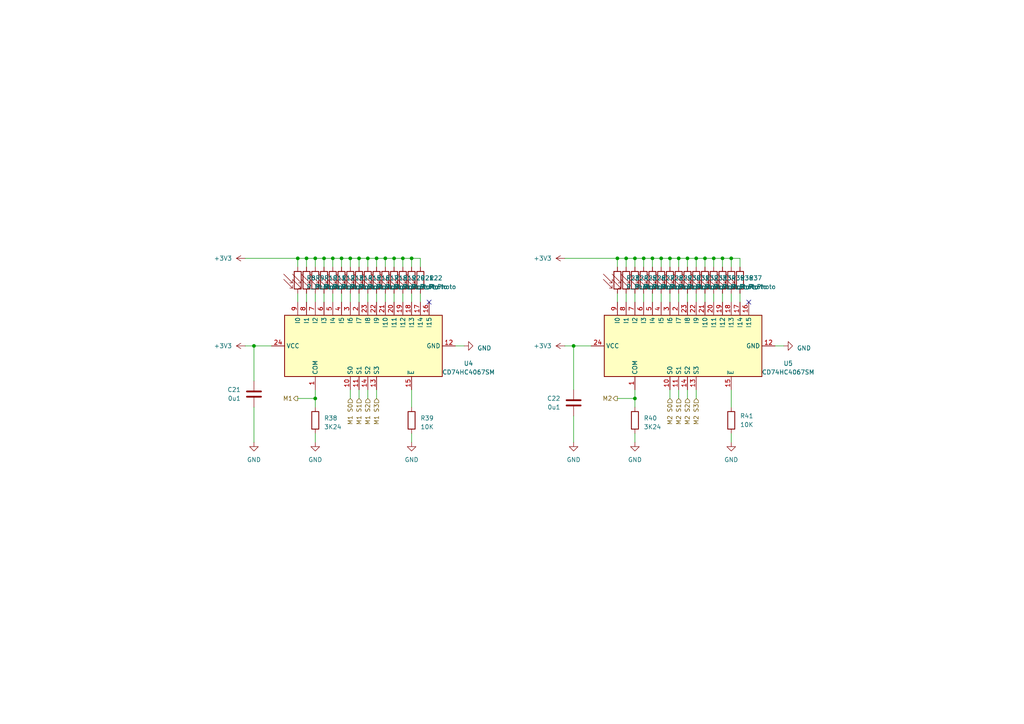
<source format=kicad_sch>
(kicad_sch (version 20231120) (generator "eeschema") (generator_version "8.0")
  (paper "A4")
  (title_block (title "16 Channel Analog Multiplexer") (date "2024-04-11") (rev "1") (company "Sentinels Robotics") (comment 1 "Created By: Vincent Cayadi") (comment 2 "IC Used: CD74HC4067SM"))
  (lib_symbols
    (symbol "+3V3_1" (power) (pin_numbers hide) (pin_names (offset 0) hide)
      (property "Value" "+3V3" (at 0 3.556 0))
      (symbol "+3V3_1_0_1"
        (polyline (pts (xy -0.762 1.27) (xy 0 2.54)))
        (polyline (pts (xy 0 0) (xy 0 2.54)))
        (polyline (pts (xy 0 2.54) (xy 0.762 1.27)))
      )
      (symbol "+3V3_1_1_1"
        (pin power_in line (at 0 0 90) (length 0) (name "~") (number "1"))
      )
    )
    (symbol "+3V3_2" (power) (pin_numbers hide) (pin_names (offset 0) hide)
      (property "Value" "+3V3" (at 0 3.556 0))
      (symbol "+3V3_2_0_1"
        (polyline (pts (xy -0.762 1.27) (xy 0 2.54)))
        (polyline (pts (xy 0 0) (xy 0 2.54)))
        (polyline (pts (xy 0 2.54) (xy 0.762 1.27)))
      )
      (symbol "+3V3_2_1_1"
        (pin power_in line (at 0 0 90) (length 0) (name "~") (number "1"))
      )
    )
    (symbol "74xx:CD74HC4067SM"
      (property "Reference" "U" (at -8.89 22.86 0))
      (property "Value" "CD74HC4067SM" (at 1.27 22.86 0))
      (symbol "CD74HC4067SM_0_1"
        (rectangle (start -8.89 21.59) (end 8.89 -24.13) (stroke (width 0.254)) (fill (type background)))
      )
      (symbol "CD74HC4067SM_1_1"
        (pin passive line (at -12.7 12.7 0) (length 3.81) (name "COM") (number "1"))
        (pin input line (at -12.7 2.54 0) (length 3.81) (name "S0") (number "10"))
        (pin input line (at -12.7 0 0) (length 3.81) (name "S1") (number "11"))
        (pin power_in line (at 0 -27.94 90) (length 3.81) (name "GND") (number "12"))
        (pin input line (at -12.7 -5.08 0) (length 3.81) (name "S3") (number "13"))
        (pin input line (at -12.7 -2.54 0) (length 3.81) (name "S2") (number "14"))
        (pin input line (at -12.7 -15.24 0) (length 3.81) (name "~{E}") (number "15"))
        (pin passive line (at 12.7 -20.32 180) (length 3.81) (name "I15") (number "16"))
        (pin passive line (at 12.7 -17.78 180) (length 3.81) (name "I14") (number "17"))
        (pin passive line (at 12.7 -15.24 180) (length 3.81) (name "I13") (number "18"))
        (pin passive line (at 12.7 -12.7 180) (length 3.81) (name "I12") (number "19"))
        (pin passive line (at 12.7 0 180) (length 3.81) (name "I7") (number "2"))
        (pin passive line (at 12.7 -10.16 180) (length 3.81) (name "I11") (number "20"))
        (pin passive line (at 12.7 -7.62 180) (length 3.81) (name "I10") (number "21"))
        (pin passive line (at 12.7 -5.08 180) (length 3.81) (name "I9") (number "22"))
        (pin passive line (at 12.7 -2.54 180) (length 3.81) (name "I8") (number "23"))
        (pin power_in line (at 0 25.4 270) (length 3.81) (name "VCC") (number "24"))
        (pin passive line (at 12.7 2.54 180) (length 3.81) (name "I6") (number "3"))
        (pin passive line (at 12.7 5.08 180) (length 3.81) (name "I5") (number "4"))
        (pin passive line (at 12.7 7.62 180) (length 3.81) (name "I4") (number "5"))
        (pin passive line (at 12.7 10.16 180) (length 3.81) (name "I3") (number "6"))
        (pin passive line (at 12.7 12.7 180) (length 3.81) (name "I2") (number "7"))
        (pin passive line (at 12.7 15.24 180) (length 3.81) (name "I1") (number "8"))
        (pin passive line (at 12.7 17.78 180) (length 3.81) (name "I0") (number "9"))
      )
    )
    (symbol "Device:C" (pin_numbers hide) (pin_names (offset 0.254))
      (property "Reference" "C" (at 0.635 2.54 0))
      (property "Value" "C" (at 0.635 -2.54 0))
      (symbol "C_0_1"
        (polyline (pts (xy -2.032 -0.762) (xy 2.032 -0.762)) (stroke (width 0.508)))
        (polyline (pts (xy -2.032 0.762) (xy 2.032 0.762)) (stroke (width 0.508)))
      )
      (symbol "C_1_1"
        (pin passive line (at 0 3.81 270) (length 2.794) (name "~") (number "1"))
        (pin passive line (at 0 -3.81 90) (length 2.794) (name "~") (number "2"))
      )
    )
    (symbol "Device:R" (pin_numbers hide) (pin_names (offset 0))
      (property "Reference" "R" (at 2.032 0 90))
      (property "Value" "R" (at 0 0 90))
      (symbol "R_0_1"
        (rectangle (start -1.016 -2.54) (end 1.016 2.54) (stroke (width 0.254)))
      )
      (symbol "R_1_1"
        (pin passive line (at 0 3.81 270) (length 1.27) (name "~") (number "1"))
        (pin passive line (at 0 -3.81 90) (length 1.27) (name "~") (number "2"))
      )
    )
    (symbol "Device:R_Photo" (pin_numbers hide) (pin_names (offset 0))
      (property "Reference" "R" (at 1.27 1.27 0))
      (property "Value" "R_Photo" (at 1.27 0 0))
      (symbol "R_Photo_0_1"
        (rectangle (start -1.016 2.54) (end 1.016 -2.54) (stroke (width 0.254)))
        (polyline (pts (xy -1.524 -2.286) (xy -4.064 0.254)))
        (polyline (pts (xy -1.524 -2.286) (xy -2.286 -2.286)))
        (polyline (pts (xy -1.524 -2.286) (xy -1.524 -1.524)))
        (polyline (pts (xy -1.524 -0.762) (xy -4.064 1.778)))
        (polyline (pts (xy -1.524 -0.762) (xy -2.286 -0.762)))
        (polyline (pts (xy -1.524 -0.762) (xy -1.524 0)))
      )
      (symbol "R_Photo_1_1"
        (pin passive line (at 0 3.81 270) (length 1.27) (name "~") (number "1"))
        (pin passive line (at 0 -3.81 90) (length 1.27) (name "~") (number "2"))
      )
    )
    (symbol "power:GND" (power) (pin_names (offset 0))
      (property "Value" "GND" (at 0 -3.81 0))
      (symbol "GND_0_1"
        (polyline (pts (xy 0 0) (xy 0 -1.27) (xy 1.27 -1.27) (xy 0 -2.54) (xy -1.27 -1.27) (xy 0 -1.27)))
      )
      (symbol "GND_1_1"
        (pin power_in line (at 0 0 270) (length 0) hide (name "GND") (number "1"))
      )
    )
  )
  (junction (at 93.98 74.93))
  (junction (at 194.31 74.93))
  (junction (at 114.3 74.93))
  (junction (at 91.44 74.93))
  (junction (at 184.15 74.93))
  (junction (at 184.15 115.57))
  (junction (at 201.93 74.93))
  (junction (at 181.61 74.93))
  (junction (at 189.23 74.93))
  (junction (at 191.77 74.93))
  (junction (at 111.76 74.93))
  (junction (at 104.14 74.93))
  (junction (at 88.9 74.93))
  (junction (at 207.01 74.93))
  (junction (at 209.55 74.93))
  (junction (at 96.52 74.93))
  (junction (at 91.44 115.57))
  (junction (at 212.09 74.93))
  (junction (at 109.22 74.93))
  (junction (at 116.84 74.93))
  (junction (at 179.07 74.93))
  (junction (at 166.37 100.33))
  (junction (at 204.47 74.93))
  (junction (at 101.6 74.93))
  (junction (at 86.36 74.93))
  (junction (at 186.69 74.93))
  (junction (at 196.85 74.93))
  (junction (at 119.38 74.93))
  (junction (at 99.06 74.93))
  (junction (at 73.66 100.33))
  (junction (at 199.39 74.93))
  (junction (at 106.68 74.93))
  (no_connect (at 217.17 87.63))
  (no_connect (at 124.46 87.63))
  (wire (pts (xy 181.61 74.93) (xy 181.61 77.47)))
  (wire (pts (xy 181.61 74.93) (xy 179.07 74.93)))
  (wire (pts (xy 96.52 74.93) (xy 96.52 77.47)))
  (wire (pts (xy 109.22 85.09) (xy 109.22 87.63)))
  (wire (pts (xy 184.15 74.93) (xy 184.15 77.47)))
  (wire (pts (xy 186.69 74.93) (xy 184.15 74.93)))
  (wire (pts (xy 207.01 74.93) (xy 204.47 74.93)))
  (wire (pts (xy 166.37 100.33) (xy 171.45 100.33)))
  (wire (pts (xy 132.08 100.33) (xy 134.62 100.33)))
  (wire (pts (xy 101.6 74.93) (xy 101.6 77.47)))
  (wire (pts (xy 88.9 85.09) (xy 88.9 87.63)))
  (wire (pts (xy 189.23 85.09) (xy 189.23 87.63)))
  (wire (pts (xy 212.09 74.93) (xy 209.55 74.93)))
  (wire (pts (xy 73.66 118.11) (xy 73.66 128.27)))
  (wire (pts (xy 99.06 74.93) (xy 99.06 77.47)))
  (wire (pts (xy 91.44 74.93) (xy 88.9 74.93)))
  (wire (pts (xy 214.63 85.09) (xy 214.63 87.63)))
  (wire (pts (xy 196.85 113.03) (xy 196.85 115.57)))
  (wire (pts (xy 184.15 74.93) (xy 181.61 74.93)))
  (wire (pts (xy 212.09 125.73) (xy 212.09 128.27)))
  (wire (pts (xy 207.01 74.93) (xy 207.01 77.47)))
  (wire (pts (xy 199.39 74.93) (xy 199.39 77.47)))
  (wire (pts (xy 116.84 74.93) (xy 116.84 77.47)))
  (wire (pts (xy 71.12 74.93) (xy 86.36 74.93)))
  (wire (pts (xy 179.07 115.57) (xy 184.15 115.57)))
  (wire (pts (xy 88.9 74.93) (xy 88.9 77.47)))
  (wire (pts (xy 194.31 74.93) (xy 194.31 77.47)))
  (wire (pts (xy 179.07 74.93) (xy 179.07 77.47)))
  (wire (pts (xy 191.77 74.93) (xy 191.77 77.47)))
  (wire (pts (xy 86.36 85.09) (xy 86.36 87.63)))
  (wire (pts (xy 196.85 74.93) (xy 194.31 74.93)))
  (wire (pts (xy 166.37 100.33) (xy 166.37 113.03)))
  (wire (pts (xy 163.83 100.33) (xy 166.37 100.33)))
  (wire (pts (xy 224.79 100.33) (xy 227.33 100.33)))
  (wire (pts (xy 204.47 74.93) (xy 201.93 74.93)))
  (wire (pts (xy 109.22 113.03) (xy 109.22 115.57)))
  (wire (pts (xy 111.76 85.09) (xy 111.76 87.63)))
  (wire (pts (xy 199.39 85.09) (xy 199.39 87.63)))
  (wire (pts (xy 121.92 74.93) (xy 119.38 74.93)))
  (wire (pts (xy 212.09 74.93) (xy 214.63 74.93)))
  (wire (pts (xy 101.6 74.93) (xy 99.06 74.93)))
  (wire (pts (xy 111.76 74.93) (xy 111.76 77.47)))
  (wire (pts (xy 104.14 74.93) (xy 104.14 77.47)))
  (wire (pts (xy 212.09 85.09) (xy 212.09 87.63)))
  (wire (pts (xy 106.68 113.03) (xy 106.68 115.57)))
  (wire (pts (xy 199.39 74.93) (xy 196.85 74.93)))
  (wire (pts (xy 184.15 113.03) (xy 184.15 115.57)))
  (wire (pts (xy 214.63 74.93) (xy 214.63 77.47)))
  (wire (pts (xy 119.38 85.09) (xy 119.38 87.63)))
  (wire (pts (xy 194.31 74.93) (xy 191.77 74.93)))
  (wire (pts (xy 93.98 85.09) (xy 93.98 87.63)))
  (wire (pts (xy 201.93 74.93) (xy 201.93 77.47)))
  (wire (pts (xy 179.07 85.09) (xy 179.07 87.63)))
  (wire (pts (xy 91.44 74.93) (xy 91.44 77.47)))
  (wire (pts (xy 99.06 74.93) (xy 96.52 74.93)))
  (wire (pts (xy 73.66 100.33) (xy 73.66 110.49)))
  (wire (pts (xy 181.61 85.09) (xy 181.61 87.63)))
  (wire (pts (xy 207.01 85.09) (xy 207.01 87.63)))
  (wire (pts (xy 99.06 85.09) (xy 99.06 87.63)))
  (wire (pts (xy 73.66 100.33) (xy 78.74 100.33)))
  (wire (pts (xy 119.38 74.93) (xy 116.84 74.93)))
  (wire (pts (xy 119.38 113.03) (xy 119.38 118.11)))
  (wire (pts (xy 91.44 115.57) (xy 91.44 118.11)))
  (wire (pts (xy 184.15 85.09) (xy 184.15 87.63)))
  (wire (pts (xy 199.39 113.03) (xy 199.39 115.57)))
  (wire (pts (xy 93.98 74.93) (xy 91.44 74.93)))
  (wire (pts (xy 119.38 74.93) (xy 119.38 77.47)))
  (wire (pts (xy 189.23 74.93) (xy 189.23 77.47)))
  (wire (pts (xy 104.14 85.09) (xy 104.14 87.63)))
  (wire (pts (xy 186.69 85.09) (xy 186.69 87.63)))
  (wire (pts (xy 201.93 85.09) (xy 201.93 87.63)))
  (wire (pts (xy 184.15 115.57) (xy 184.15 118.11)))
  (wire (pts (xy 196.85 85.09) (xy 196.85 87.63)))
  (wire (pts (xy 204.47 85.09) (xy 204.47 87.63)))
  (wire (pts (xy 93.98 74.93) (xy 93.98 77.47)))
  (wire (pts (xy 179.07 74.93) (xy 163.83 74.93)))
  (wire (pts (xy 194.31 85.09) (xy 194.31 87.63)))
  (wire (pts (xy 209.55 74.93) (xy 209.55 77.47)))
  (wire (pts (xy 114.3 74.93) (xy 114.3 77.47)))
  (wire (pts (xy 96.52 74.93) (xy 93.98 74.93)))
  (wire (pts (xy 91.44 113.03) (xy 91.44 115.57)))
  (wire (pts (xy 166.37 120.65) (xy 166.37 128.27)))
  (wire (pts (xy 109.22 74.93) (xy 106.68 74.93)))
  (wire (pts (xy 88.9 74.93) (xy 86.36 74.93)))
  (wire (pts (xy 212.09 113.03) (xy 212.09 118.11)))
  (wire (pts (xy 121.92 77.47) (xy 121.92 74.93)))
  (wire (pts (xy 91.44 125.73) (xy 91.44 128.27)))
  (wire (pts (xy 106.68 74.93) (xy 106.68 77.47)))
  (wire (pts (xy 116.84 85.09) (xy 116.84 87.63)))
  (wire (pts (xy 119.38 125.73) (xy 119.38 128.27)))
  (wire (pts (xy 111.76 74.93) (xy 109.22 74.93)))
  (wire (pts (xy 114.3 74.93) (xy 111.76 74.93)))
  (wire (pts (xy 116.84 74.93) (xy 114.3 74.93)))
  (wire (pts (xy 96.52 85.09) (xy 96.52 87.63)))
  (wire (pts (xy 106.68 85.09) (xy 106.68 87.63)))
  (wire (pts (xy 184.15 125.73) (xy 184.15 128.27)))
  (wire (pts (xy 201.93 113.03) (xy 201.93 115.57)))
  (wire (pts (xy 114.3 85.09) (xy 114.3 87.63)))
  (wire (pts (xy 194.31 113.03) (xy 194.31 115.57)))
  (wire (pts (xy 201.93 74.93) (xy 199.39 74.93)))
  (wire (pts (xy 121.92 85.09) (xy 121.92 87.63)))
  (wire (pts (xy 104.14 74.93) (xy 101.6 74.93)))
  (wire (pts (xy 209.55 85.09) (xy 209.55 87.63)))
  (wire (pts (xy 101.6 113.03) (xy 101.6 115.57)))
  (wire (pts (xy 191.77 74.93) (xy 189.23 74.93)))
  (wire (pts (xy 209.55 74.93) (xy 207.01 74.93)))
  (wire (pts (xy 204.47 74.93) (xy 204.47 77.47)))
  (wire (pts (xy 191.77 85.09) (xy 191.77 87.63)))
  (wire (pts (xy 106.68 74.93) (xy 104.14 74.93)))
  (wire (pts (xy 109.22 74.93) (xy 109.22 77.47)))
  (wire (pts (xy 212.09 74.93) (xy 212.09 77.47)))
  (wire (pts (xy 86.36 115.57) (xy 91.44 115.57)))
  (wire (pts (xy 101.6 85.09) (xy 101.6 87.63)))
  (wire (pts (xy 104.14 113.03) (xy 104.14 115.57)))
  (wire (pts (xy 189.23 74.93) (xy 186.69 74.93)))
  (wire (pts (xy 186.69 74.93) (xy 186.69 77.47)))
  (wire (pts (xy 71.12 100.33) (xy 73.66 100.33)))
  (wire (pts (xy 196.85 74.93) (xy 196.85 77.47)))
  (wire (pts (xy 86.36 74.93) (xy 86.36 77.47)))
  (wire (pts (xy 91.44 85.09) (xy 91.44 87.63)))
  (hierarchical_label "M2 S3" (shape input) (at 201.93 115.57 270))
  (hierarchical_label "M1 S0" (shape input) (at 101.6 115.57 270))
  (hierarchical_label "M2 S2" (shape input) (at 199.39 115.57 270))
  (hierarchical_label "M2" (shape output) (at 179.07 115.57 180))
  (hierarchical_label "M2 S0" (shape input) (at 194.31 115.57 270))
  (hierarchical_label "M1" (shape output) (at 86.36 115.57 180))
  (hierarchical_label "M2 S1" (shape input) (at 196.85 115.57 270))
  (hierarchical_label "M1 S3" (shape input) (at 109.22 115.57 270))
  (hierarchical_label "M1 S2" (shape input) (at 106.68 115.57 270))
  (hierarchical_label "M1 S1" (shape input) (at 104.14 115.57 270))
  (symbol (lib_id "Device:R_Photo") (at 186.69 81.28 0) (unit 1)
    (property "Reference" "R26" (at 189.23 80.645 0) (effects (justify left)))
    (property "Value" "R_Photo" (at 189.23 83.185 0) (effects (justify left)))
    (property "Footprint" "Library:als-pt19" (effects (hide yes)))
  )
  (symbol (lib_id "Device:R_Photo") (at 207.01 81.28 0) (unit 1)
    (property "Reference" "R34" (at 209.55 80.645 0) (effects (justify left)))
    (property "Value" "R_Photo" (at 209.55 83.185 0) (effects (justify left)))
    (property "Footprint" "Library:als-pt19" (effects (hide yes)))
  )
  (symbol (lib_id "Device:R_Photo") (at 214.63 81.28 0) (unit 1)
    (property "Reference" "R37" (at 217.17 80.645 0) (effects (justify left)))
    (property "Value" "R_Photo" (at 217.17 83.185 0) (effects (justify left)))
    (property "Footprint" "Library:als-pt19" (effects (hide yes)))
  )
  (symbol (lib_id "Device:R_Photo") (at 209.55 81.28 0) (unit 1)
    (property "Reference" "R35" (at 212.09 80.645 0) (effects (justify left)))
    (property "Value" "R_Photo" (at 212.09 83.185 0) (effects (justify left)))
    (property "Footprint" "Library:als-pt19" (effects (hide yes)))
  )
  (symbol (lib_id "Device:R_Photo") (at 99.06 81.28 0) (unit 1)
    (property "Reference" "R13" (at 101.6 80.645 0) (effects (justify left)))
    (property "Value" "R_Photo" (at 101.6 83.185 0) (effects (justify left)))
    (property "Footprint" "Library:als-pt19" (effects (hide yes)))
  )
  (symbol (lib_id "Device:R") (at 184.15 121.92 180) (unit 1)
    (property "Reference" "R40" (at 186.69 121.285 0) (effects (justify right)))
    (property "Value" "3K24" (at 186.69 123.825 0) (effects (justify right)))
    (property "Footprint" "Library:res0603" (effects (hide yes)))
  )
  (symbol (lib_id "power:GND") (at 227.33 100.33 90) (unit 1)
    (property "Reference" "#PWR041" (effects (hide yes)))
    (property "Value" "GND" (at 231.14 100.965 90) (effects (justify right)))
  )
  (symbol (lib_id "Device:R_Photo") (at 189.23 81.28 0) (unit 1)
    (property "Reference" "R27" (at 191.77 80.645 0) (effects (justify left)))
    (property "Value" "R_Photo" (at 191.77 83.185 0) (effects (justify left)))
    (property "Footprint" "Library:als-pt19" (effects (hide yes)))
  )
  (symbol (lib_id "Device:R_Photo") (at 121.92 81.28 0) (unit 1)
    (property "Reference" "R22" (at 124.46 80.645 0) (effects (justify left)))
    (property "Value" "R_Photo" (at 124.46 83.185 0) (effects (justify left)))
    (property "Footprint" "Library:als-pt19" (effects (hide yes)))
  )
  (symbol (lib_id "power:GND") (at 184.15 128.27 0) (unit 1)
    (property "Reference" "#PWR046" (effects (hide yes)))
    (property "Value" "GND" (at 184.15 133.35 0))
  )
  (symbol (lib_id "Device:R_Photo") (at 91.44 81.28 0) (unit 1)
    (property "Reference" "R10" (at 93.98 80.645 0) (effects (justify left)))
    (property "Value" "R_Photo" (at 93.98 83.185 0) (effects (justify left)))
    (property "Footprint" "Library:als-pt19" (effects (hide yes)))
  )
  (symbol (lib_id "Device:R_Photo") (at 204.47 81.28 0) (unit 1)
    (property "Reference" "R33" (at 207.01 80.645 0) (effects (justify left)))
    (property "Value" "R_Photo" (at 207.01 83.185 0) (effects (justify left)))
    (property "Footprint" "Library:als-pt19" (effects (hide yes)))
  )
  (symbol (lib_id "74xx:CD74HC4067SM") (at 104.14 100.33 90) (unit 1)
    (property "Reference" "U4" (at 135.89 105.41 90))
    (property "Value" "CD74HC4067SM" (at 135.89 107.95 90))
    (property "Footprint" "Package_SO:SSOP-24_5.3x8.2mm_P0.65mm" (effects (hide yes)))
    (property "Datasheet" "http://www.ti.com/lit/ds/symlink/cd74hc4067.pdf" (effects (hide yes)))
  )
  (symbol (lib_id "Device:R_Photo") (at 194.31 81.28 0) (unit 1)
    (property "Reference" "R29" (at 196.85 80.645 0) (effects (justify left)))
    (property "Value" "R_Photo" (at 196.85 83.185 0) (effects (justify left)))
    (property "Footprint" "Library:als-pt19" (effects (hide yes)))
  )
  (symbol (lib_id "Device:R_Photo") (at 179.07 81.28 0) (unit 1)
    (property "Reference" "R23" (at 181.61 80.645 0) (effects (justify left)))
    (property "Value" "R_Photo" (at 181.61 83.185 0) (effects (justify left)))
    (property "Footprint" "Library:als-pt19" (effects (hide yes)))
  )
  (symbol (lib_id "Device:R_Photo") (at 116.84 81.28 0) (unit 1)
    (property "Reference" "R20" (at 119.38 80.645 0) (effects (justify left)))
    (property "Value" "R_Photo" (at 119.38 83.185 0) (effects (justify left)))
    (property "Footprint" "Library:als-pt19" (effects (hide yes)))
  )
  (symbol (lib_name "+3V3_2") (lib_id "power:+3V3") (at 163.83 74.93 90) (unit 1)
    (property "Reference" "#PWR037" (effects (hide yes)))
    (property "Value" "+3V3" (at 160.02 74.9299 90) (effects (justify left)))
    (property "Description" "Power symbol creates a global label with name \"+3V3\"" (effects (hide yes)))
  )
  (symbol (lib_id "power:GND") (at 134.62 100.33 90) (unit 1)
    (property "Reference" "#PWR039" (effects (hide yes)))
    (property "Value" "GND" (at 138.43 100.965 90) (effects (justify right)))
  )
  (symbol (lib_id "Device:R_Photo") (at 201.93 81.28 0) (unit 1)
    (property "Reference" "R32" (at 204.47 80.645 0) (effects (justify left)))
    (property "Value" "R_Photo" (at 204.47 83.185 0) (effects (justify left)))
    (property "Footprint" "Library:als-pt19" (effects (hide yes)))
  )
  (symbol (lib_id "Device:R_Photo") (at 119.38 81.28 0) (unit 1)
    (property "Reference" "R21" (at 121.92 80.645 0) (effects (justify left)))
    (property "Value" "R_Photo" (at 121.92 83.185 0) (effects (justify left)))
    (property "Footprint" "Library:als-pt19" (effects (hide yes)))
  )
  (symbol (lib_id "Device:R_Photo") (at 86.36 81.28 0) (unit 1)
    (property "Reference" "R8" (at 88.9 80.645 0) (effects (justify left)))
    (property "Value" "R_Photo" (at 88.9 83.185 0) (effects (justify left)))
    (property "Footprint" "Library:als-pt19" (effects (hide yes)))
  )
  (symbol (lib_id "Device:R_Photo") (at 199.39 81.28 0) (unit 1)
    (property "Reference" "R31" (at 201.93 80.645 0) (effects (justify left)))
    (property "Value" "R_Photo" (at 201.93 83.185 0) (effects (justify left)))
    (property "Footprint" "Library:als-pt19" (effects (hide yes)))
  )
  (symbol (lib_name "+3V3_1") (lib_id "power:+3V3") (at 71.12 100.33 90) (unit 1)
    (property "Reference" "#PWR038" (effects (hide yes)))
    (property "Value" "+3V3" (at 67.31 100.3299 90) (effects (justify left)))
    (property "Description" "Power symbol creates a global label with name \"+3V3\"" (effects (hide yes)))
  )
  (symbol (lib_id "Device:R_Photo") (at 93.98 81.28 0) (unit 1)
    (property "Reference" "R11" (at 96.52 80.645 0) (effects (justify left)))
    (property "Value" "R_Photo" (at 96.52 83.185 0) (effects (justify left)))
    (property "Footprint" "Library:als-pt19" (effects (hide yes)))
  )
  (symbol (lib_id "Device:R") (at 212.09 121.92 180) (unit 1)
    (property "Reference" "R41" (at 214.63 120.65 0) (effects (justify right)))
    (property "Value" "10K" (at 214.63 123.19 0) (effects (justify right)))
    (property "Footprint" "Library:res0603" (effects (hide yes)))
  )
  (symbol (lib_id "74xx:CD74HC4067SM") (at 196.85 100.33 90) (unit 1)
    (property "Reference" "U5" (at 228.6 105.41 90))
    (property "Value" "CD74HC4067SM" (at 228.6 107.95 90))
    (property "Footprint" "Package_SO:SSOP-24_5.3x8.2mm_P0.65mm" (effects (hide yes)))
    (property "Datasheet" "http://www.ti.com/lit/ds/symlink/cd74hc4067.pdf" (effects (hide yes)))
  )
  (symbol (lib_id "Device:R_Photo") (at 111.76 81.28 0) (unit 1)
    (property "Reference" "R18" (at 114.3 80.645 0) (effects (justify left)))
    (property "Value" "R_Photo" (at 114.3 83.185 0) (effects (justify left)))
    (property "Footprint" "Library:als-pt19" (effects (hide yes)))
  )
  (symbol (lib_id "power:GND") (at 119.38 128.27 0) (unit 1)
    (property "Reference" "#PWR044" (effects (hide yes)))
    (property "Value" "GND" (at 119.38 133.35 0))
  )
  (symbol (lib_id "Device:R_Photo") (at 109.22 81.28 0) (unit 1)
    (property "Reference" "R17" (at 111.76 80.645 0) (effects (justify left)))
    (property "Value" "R_Photo" (at 111.76 83.185 0) (effects (justify left)))
    (property "Footprint" "Library:als-pt19" (effects (hide yes)))
  )
  (symbol (lib_id "Device:R") (at 91.44 121.92 180) (unit 1)
    (property "Reference" "R38" (at 93.98 121.285 0) (effects (justify right)))
    (property "Value" "3K24" (at 93.98 123.825 0) (effects (justify right)))
    (property "Footprint" "Library:res0603" (effects (hide yes)))
  )
  (symbol (lib_id "Device:R_Photo") (at 101.6 81.28 0) (unit 1)
    (property "Reference" "R14" (at 104.14 80.645 0) (effects (justify left)))
    (property "Value" "R_Photo" (at 104.14 83.185 0) (effects (justify left)))
    (property "Footprint" "Library:als-pt19" (effects (hide yes)))
  )
  (symbol (lib_id "Device:R_Photo") (at 104.14 81.28 0) (unit 1)
    (property "Reference" "R15" (at 106.68 80.645 0) (effects (justify left)))
    (property "Value" "R_Photo" (at 106.68 83.185 0) (effects (justify left)))
    (property "Footprint" "Library:als-pt19" (effects (hide yes)))
  )
  (symbol (lib_id "Device:R_Photo") (at 181.61 81.28 0) (unit 1)
    (property "Reference" "R24" (at 184.15 80.645 0) (effects (justify left)))
    (property "Value" "R_Photo" (at 184.15 83.185 0) (effects (justify left)))
    (property "Footprint" "Library:als-pt19" (effects (hide yes)))
  )
  (symbol (lib_id "Device:R_Photo") (at 106.68 81.28 0) (unit 1)
    (property "Reference" "R16" (at 109.22 80.645 0) (effects (justify left)))
    (property "Value" "R_Photo" (at 109.22 83.185 0) (effects (justify left)))
    (property "Footprint" "Library:als-pt19" (effects (hide yes)))
  )
  (symbol (lib_id "Device:R_Photo") (at 96.52 81.28 0) (unit 1)
    (property "Reference" "R12" (at 99.06 80.645 0) (effects (justify left)))
    (property "Value" "R_Photo" (at 99.06 83.185 0) (effects (justify left)))
    (property "Footprint" "Library:als-pt19" (effects (hide yes)))
  )
  (symbol (lib_id "power:GND") (at 212.09 128.27 0) (unit 1)
    (property "Reference" "#PWR047" (effects (hide yes)))
    (property "Value" "GND" (at 212.09 133.35 0))
  )
  (symbol (lib_name "+3V3_2") (lib_id "power:+3V3") (at 71.12 74.93 90) (unit 1)
    (property "Reference" "#PWR036" (effects (hide yes)))
    (property "Value" "+3V3" (at 67.31 74.9299 90) (effects (justify left)))
    (property "Description" "Power symbol creates a global label with name \"+3V3\"" (effects (hide yes)))
  )
  (symbol (lib_id "Device:R_Photo") (at 88.9 81.28 0) (unit 1)
    (property "Reference" "R9" (at 91.44 80.645 0) (effects (justify left)))
    (property "Value" "R_Photo" (at 91.44 83.185 0) (effects (justify left)))
    (property "Footprint" "Library:als-pt19" (effects (hide yes)))
  )
  (symbol (lib_id "Device:R") (at 119.38 121.92 180) (unit 1)
    (property "Reference" "R39" (at 121.92 121.285 0) (effects (justify right)))
    (property "Value" "10K" (at 121.92 123.825 0) (effects (justify right)))
    (property "Footprint" "Library:res0603" (effects (hide yes)))
  )
  (symbol (lib_id "power:GND") (at 91.44 128.27 0) (unit 1)
    (property "Reference" "#PWR043" (effects (hide yes)))
    (property "Value" "GND" (at 91.44 133.35 0))
  )
  (symbol (lib_name "+3V3_1") (lib_id "power:+3V3") (at 163.83 100.33 90) (unit 1)
    (property "Reference" "#PWR040" (effects (hide yes)))
    (property "Value" "+3V3" (at 160.02 100.3299 90) (effects (justify left)))
    (property "Description" "Power symbol creates a global label with name \"+3V3\"" (effects (hide yes)))
  )
  (symbol (lib_id "Device:R_Photo") (at 114.3 81.28 0) (unit 1)
    (property "Reference" "R19" (at 116.84 80.645 0) (effects (justify left)))
    (property "Value" "R_Photo" (at 116.84 83.185 0) (effects (justify left)))
    (property "Footprint" "Library:als-pt19" (effects (hide yes)))
  )
  (symbol (lib_id "Device:R_Photo") (at 196.85 81.28 0) (unit 1)
    (property "Reference" "R30" (at 199.39 80.645 0) (effects (justify left)))
    (property "Value" "R_Photo" (at 199.39 83.185 0) (effects (justify left)))
    (property "Footprint" "Library:als-pt19" (effects (hide yes)))
  )
  (symbol (lib_id "Device:C") (at 166.37 116.84 0) (mirror x) (unit 1)
    (property "Reference" "C22" (at 162.56 115.5699 0) (effects (justify right)))
    (property "Value" "0u1" (at 162.56 118.1099 0) (effects (justify right)))
    (property "Footprint" "Library:cap0603" (effects (hide yes)))
  )
  (symbol (lib_id "power:GND") (at 73.66 128.27 0) (unit 1)
    (property "Reference" "#PWR042" (effects (hide yes)))
    (property "Value" "GND" (at 73.66 133.35 0))
  )
  (symbol (lib_id "Device:R_Photo") (at 184.15 81.28 0) (unit 1)
    (property "Reference" "R25" (at 186.69 80.645 0) (effects (justify left)))
    (property "Value" "R_Photo" (at 186.69 83.185 0) (effects (justify left)))
    (property "Footprint" "Library:als-pt19" (effects (hide yes)))
  )
  (symbol (lib_id "Device:R_Photo") (at 212.09 81.28 0) (unit 1)
    (property "Reference" "R36" (at 214.63 80.645 0) (effects (justify left)))
    (property "Value" "R_Photo" (at 214.63 83.185 0) (effects (justify left)))
    (property "Footprint" "Library:als-pt19" (effects (hide yes)))
  )
  (symbol (lib_id "Device:R_Photo") (at 191.77 81.28 0) (unit 1)
    (property "Reference" "R28" (at 194.31 80.645 0) (effects (justify left)))
    (property "Value" "R_Photo" (at 194.31 83.185 0) (effects (justify left)))
    (property "Footprint" "Library:als-pt19" (effects (hide yes)))
  )
  (symbol (lib_id "power:GND") (at 166.37 128.27 0) (unit 1)
    (property "Reference" "#PWR045" (effects (hide yes)))
    (property "Value" "GND" (at 166.37 133.35 0))
  )
  (symbol (lib_id "Device:C") (at 73.66 114.3 0) (mirror x) (unit 1)
    (property "Reference" "C21" (at 69.85 113.0299 0) (effects (justify right)))
    (property "Value" "0u1" (at 69.85 115.5699 0) (effects (justify right)))
    (property "Footprint" "Library:cap0603" (effects (hide yes)))
  )
)
</source>
